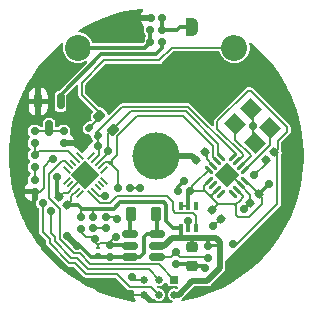
<source format=gtl>
G04 #@! TF.GenerationSoftware,KiCad,Pcbnew,8.0.5*
G04 #@! TF.CreationDate,2025-01-04T21:13:05-06:00*
G04 #@! TF.ProjectId,button_transmitter,62757474-6f6e-45f7-9472-616e736d6974,rev?*
G04 #@! TF.SameCoordinates,PX481dea0PY631a57d*
G04 #@! TF.FileFunction,Copper,L1,Top*
G04 #@! TF.FilePolarity,Positive*
%FSLAX46Y46*%
G04 Gerber Fmt 4.6, Leading zero omitted, Abs format (unit mm)*
G04 Created by KiCad (PCBNEW 8.0.5) date 2025-01-04 21:13:05*
%MOMM*%
%LPD*%
G01*
G04 APERTURE LIST*
G04 Aperture macros list*
%AMRoundRect*
0 Rectangle with rounded corners*
0 $1 Rounding radius*
0 $2 $3 $4 $5 $6 $7 $8 $9 X,Y pos of 4 corners*
0 Add a 4 corners polygon primitive as box body*
4,1,4,$2,$3,$4,$5,$6,$7,$8,$9,$2,$3,0*
0 Add four circle primitives for the rounded corners*
1,1,$1+$1,$2,$3*
1,1,$1+$1,$4,$5*
1,1,$1+$1,$6,$7*
1,1,$1+$1,$8,$9*
0 Add four rect primitives between the rounded corners*
20,1,$1+$1,$2,$3,$4,$5,0*
20,1,$1+$1,$4,$5,$6,$7,0*
20,1,$1+$1,$6,$7,$8,$9,0*
20,1,$1+$1,$8,$9,$2,$3,0*%
%AMRotRect*
0 Rectangle, with rotation*
0 The origin of the aperture is its center*
0 $1 length*
0 $2 width*
0 $3 Rotation angle, in degrees counterclockwise*
0 Add horizontal line*
21,1,$1,$2,0,0,$3*%
%AMFreePoly0*
4,1,14,0.334644,0.085355,0.385355,0.034644,0.400000,-0.000711,0.400000,-0.050000,0.385355,-0.085355,0.350000,-0.100000,-0.350000,-0.100000,-0.385355,-0.085355,-0.400000,-0.050000,-0.400000,0.050000,-0.385355,0.085355,-0.350000,0.100000,0.299289,0.100000,0.334644,0.085355,0.334644,0.085355,$1*%
%AMFreePoly1*
4,1,14,0.385355,0.085355,0.400000,0.050000,0.400000,0.000711,0.385355,-0.034644,0.334644,-0.085355,0.299289,-0.100000,-0.350000,-0.100000,-0.385355,-0.085355,-0.400000,-0.050000,-0.400000,0.050000,-0.385355,0.085355,-0.350000,0.100000,0.350000,0.100000,0.385355,0.085355,0.385355,0.085355,$1*%
%AMFreePoly2*
4,1,14,0.085355,0.385355,0.100000,0.350000,0.100000,-0.350000,0.085355,-0.385355,0.050000,-0.400000,-0.050000,-0.400000,-0.085355,-0.385355,-0.100000,-0.350000,-0.100000,0.299289,-0.085355,0.334644,-0.034644,0.385355,0.000711,0.400000,0.050000,0.400000,0.085355,0.385355,0.085355,0.385355,$1*%
%AMFreePoly3*
4,1,14,0.034644,0.385355,0.085355,0.334644,0.100000,0.299289,0.100000,-0.350000,0.085355,-0.385355,0.050000,-0.400000,-0.050000,-0.400000,-0.085355,-0.385355,-0.100000,-0.350000,-0.100000,0.350000,-0.085355,0.385355,-0.050000,0.400000,-0.000711,0.400000,0.034644,0.385355,0.034644,0.385355,$1*%
%AMFreePoly4*
4,1,14,0.385355,0.085355,0.400000,0.050000,0.400000,-0.050000,0.385355,-0.085355,0.350000,-0.100000,-0.299289,-0.100000,-0.334644,-0.085355,-0.385355,-0.034644,-0.400000,0.000711,-0.400000,0.050000,-0.385355,0.085355,-0.350000,0.100000,0.350000,0.100000,0.385355,0.085355,0.385355,0.085355,$1*%
%AMFreePoly5*
4,1,14,0.385355,0.085355,0.400000,0.050000,0.400000,-0.050000,0.385355,-0.085355,0.350000,-0.100000,-0.350000,-0.100000,-0.385355,-0.085355,-0.400000,-0.050000,-0.400000,-0.000711,-0.385355,0.034644,-0.334644,0.085355,-0.299289,0.100000,0.350000,0.100000,0.385355,0.085355,0.385355,0.085355,$1*%
%AMFreePoly6*
4,1,14,0.085355,0.385355,0.100000,0.350000,0.100000,-0.299289,0.085355,-0.334644,0.034644,-0.385355,-0.000711,-0.400000,-0.050000,-0.400000,-0.085355,-0.385355,-0.100000,-0.350000,-0.100000,0.350000,-0.085355,0.385355,-0.050000,0.400000,0.050000,0.400000,0.085355,0.385355,0.085355,0.385355,$1*%
%AMFreePoly7*
4,1,14,0.085355,0.385355,0.100000,0.350000,0.100000,-0.350000,0.085355,-0.385355,0.050000,-0.400000,0.000711,-0.400000,-0.034644,-0.385355,-0.085355,-0.334644,-0.100000,-0.299289,-0.100000,0.350000,-0.085355,0.385355,-0.050000,0.400000,0.050000,0.400000,0.085355,0.385355,0.085355,0.385355,$1*%
%AMFreePoly8*
4,1,19,0.500000,-0.750000,0.000000,-0.750000,0.000000,-0.744911,-0.071157,-0.744911,-0.207708,-0.704816,-0.327430,-0.627875,-0.420627,-0.520320,-0.479746,-0.390866,-0.500000,-0.250000,-0.500000,0.250000,-0.479746,0.390866,-0.420627,0.520320,-0.327430,0.627875,-0.207708,0.704816,-0.071157,0.744911,0.000000,0.744911,0.000000,0.750000,0.500000,0.750000,0.500000,-0.750000,0.500000,-0.750000,
$1*%
G04 Aperture macros list end*
G04 #@! TA.AperFunction,SMDPad,CuDef*
%ADD10RoundRect,0.150000X0.035355X-0.247487X0.247487X-0.035355X-0.035355X0.247487X-0.247487X0.035355X0*%
G04 #@! TD*
G04 #@! TA.AperFunction,SMDPad,CuDef*
%ADD11RoundRect,0.150000X-0.200000X0.150000X-0.200000X-0.150000X0.200000X-0.150000X0.200000X0.150000X0*%
G04 #@! TD*
G04 #@! TA.AperFunction,SMDPad,CuDef*
%ADD12RoundRect,0.150000X0.200000X-0.150000X0.200000X0.150000X-0.200000X0.150000X-0.200000X-0.150000X0*%
G04 #@! TD*
G04 #@! TA.AperFunction,SMDPad,CuDef*
%ADD13RoundRect,0.150000X0.150000X0.200000X-0.150000X0.200000X-0.150000X-0.200000X0.150000X-0.200000X0*%
G04 #@! TD*
G04 #@! TA.AperFunction,SMDPad,CuDef*
%ADD14RoundRect,0.062500X-0.112500X0.062500X-0.112500X-0.062500X0.112500X-0.062500X0.112500X0.062500X0*%
G04 #@! TD*
G04 #@! TA.AperFunction,ComponentPad*
%ADD15R,0.635000X0.635000*%
G04 #@! TD*
G04 #@! TA.AperFunction,SMDPad,CuDef*
%ADD16C,0.635000*%
G04 #@! TD*
G04 #@! TA.AperFunction,ComponentPad*
%ADD17C,0.635000*%
G04 #@! TD*
G04 #@! TA.AperFunction,SMDPad,CuDef*
%ADD18RoundRect,0.225000X-0.250000X0.225000X-0.250000X-0.225000X0.250000X-0.225000X0.250000X0.225000X0*%
G04 #@! TD*
G04 #@! TA.AperFunction,ComponentPad*
%ADD19C,2.200000*%
G04 #@! TD*
G04 #@! TA.AperFunction,ComponentPad*
%ADD20O,2.200000X2.200000*%
G04 #@! TD*
G04 #@! TA.AperFunction,SMDPad,CuDef*
%ADD21FreePoly0,45.000000*%
G04 #@! TD*
G04 #@! TA.AperFunction,SMDPad,CuDef*
%ADD22RoundRect,0.050000X-0.212132X-0.282843X0.282843X0.212132X0.212132X0.282843X-0.282843X-0.212132X0*%
G04 #@! TD*
G04 #@! TA.AperFunction,SMDPad,CuDef*
%ADD23FreePoly1,45.000000*%
G04 #@! TD*
G04 #@! TA.AperFunction,SMDPad,CuDef*
%ADD24FreePoly2,45.000000*%
G04 #@! TD*
G04 #@! TA.AperFunction,SMDPad,CuDef*
%ADD25RoundRect,0.050000X0.212132X-0.282843X0.282843X-0.212132X-0.212132X0.282843X-0.282843X0.212132X0*%
G04 #@! TD*
G04 #@! TA.AperFunction,SMDPad,CuDef*
%ADD26FreePoly3,45.000000*%
G04 #@! TD*
G04 #@! TA.AperFunction,SMDPad,CuDef*
%ADD27FreePoly4,45.000000*%
G04 #@! TD*
G04 #@! TA.AperFunction,SMDPad,CuDef*
%ADD28FreePoly5,45.000000*%
G04 #@! TD*
G04 #@! TA.AperFunction,SMDPad,CuDef*
%ADD29FreePoly6,45.000000*%
G04 #@! TD*
G04 #@! TA.AperFunction,SMDPad,CuDef*
%ADD30FreePoly7,45.000000*%
G04 #@! TD*
G04 #@! TA.AperFunction,HeatsinkPad*
%ADD31RotRect,1.700000X1.700000X45.000000*%
G04 #@! TD*
G04 #@! TA.AperFunction,SMDPad,CuDef*
%ADD32RoundRect,0.218750X0.218750X0.381250X-0.218750X0.381250X-0.218750X-0.381250X0.218750X-0.381250X0*%
G04 #@! TD*
G04 #@! TA.AperFunction,SMDPad,CuDef*
%ADD33RoundRect,0.150000X-0.247487X-0.035355X-0.035355X-0.247487X0.247487X0.035355X0.035355X0.247487X0*%
G04 #@! TD*
G04 #@! TA.AperFunction,SMDPad,CuDef*
%ADD34C,4.000000*%
G04 #@! TD*
G04 #@! TA.AperFunction,SMDPad,CuDef*
%ADD35RoundRect,0.100000X0.100000X-0.225000X0.100000X0.225000X-0.100000X0.225000X-0.100000X-0.225000X0*%
G04 #@! TD*
G04 #@! TA.AperFunction,SMDPad,CuDef*
%ADD36RoundRect,0.150000X0.247487X0.035355X0.035355X0.247487X-0.247487X-0.035355X-0.035355X-0.247487X0*%
G04 #@! TD*
G04 #@! TA.AperFunction,SMDPad,CuDef*
%ADD37RotRect,1.400000X1.200000X315.000000*%
G04 #@! TD*
G04 #@! TA.AperFunction,SMDPad,CuDef*
%ADD38RoundRect,0.150000X-0.035355X0.247487X-0.247487X0.035355X0.035355X-0.247487X0.247487X-0.035355X0*%
G04 #@! TD*
G04 #@! TA.AperFunction,SMDPad,CuDef*
%ADD39RoundRect,0.150000X-0.150000X0.512500X-0.150000X-0.512500X0.150000X-0.512500X0.150000X0.512500X0*%
G04 #@! TD*
G04 #@! TA.AperFunction,SMDPad,CuDef*
%ADD40RoundRect,0.062500X0.220971X0.309359X-0.309359X-0.220971X-0.220971X-0.309359X0.309359X0.220971X0*%
G04 #@! TD*
G04 #@! TA.AperFunction,SMDPad,CuDef*
%ADD41RoundRect,0.062500X-0.220971X0.309359X-0.309359X0.220971X0.220971X-0.309359X0.309359X-0.220971X0*%
G04 #@! TD*
G04 #@! TA.AperFunction,HeatsinkPad*
%ADD42RotRect,1.450000X1.450000X225.000000*%
G04 #@! TD*
G04 #@! TA.AperFunction,SMDPad,CuDef*
%ADD43RoundRect,0.150000X-0.512500X-0.150000X0.512500X-0.150000X0.512500X0.150000X-0.512500X0.150000X0*%
G04 #@! TD*
G04 #@! TA.AperFunction,SMDPad,CuDef*
%ADD44RoundRect,0.200000X-0.335876X-0.053033X-0.053033X-0.335876X0.335876X0.053033X0.053033X0.335876X0*%
G04 #@! TD*
G04 #@! TA.AperFunction,SMDPad,CuDef*
%ADD45RoundRect,0.135000X-0.226274X-0.035355X-0.035355X-0.226274X0.226274X0.035355X0.035355X0.226274X0*%
G04 #@! TD*
G04 #@! TA.AperFunction,SMDPad,CuDef*
%ADD46RoundRect,0.150000X-0.150000X-0.200000X0.150000X-0.200000X0.150000X0.200000X-0.150000X0.200000X0*%
G04 #@! TD*
G04 #@! TA.AperFunction,ComponentPad*
%ADD47C,0.600000*%
G04 #@! TD*
G04 #@! TA.AperFunction,SMDPad,CuDef*
%ADD48FreePoly8,0.000000*%
G04 #@! TD*
G04 #@! TA.AperFunction,SMDPad,CuDef*
%ADD49FreePoly8,180.000000*%
G04 #@! TD*
G04 #@! TA.AperFunction,ViaPad*
%ADD50C,0.700000*%
G04 #@! TD*
G04 #@! TA.AperFunction,Conductor*
%ADD51C,0.300000*%
G04 #@! TD*
G04 #@! TA.AperFunction,Conductor*
%ADD52C,0.500000*%
G04 #@! TD*
G04 #@! TA.AperFunction,Conductor*
%ADD53C,0.200000*%
G04 #@! TD*
G04 #@! TA.AperFunction,Conductor*
%ADD54C,0.250000*%
G04 #@! TD*
G04 APERTURE END LIST*
D10*
X9296447Y-396627D03*
X10003553Y310477D03*
D11*
X-6360003Y-5165575D03*
X-6359999Y-6165575D03*
D12*
X-10300000Y-948073D03*
X-10300000Y21923D03*
D13*
X2820000Y-2973077D03*
X1820000Y-2973073D03*
D14*
X-4957502Y-7798071D03*
X-4957502Y-8348071D03*
D15*
X1500000Y-10488075D03*
D16*
X1500000Y-11758076D03*
X229999Y-10488075D03*
X230002Y-11758075D03*
X-1040001Y-10488076D03*
D17*
X-1040001Y-11758075D03*
D13*
X-2250000Y-2723076D03*
X-3250000Y-2723074D03*
D11*
X1630001Y-8155575D03*
X1629999Y-9150575D03*
D18*
X3050000Y-7768075D03*
X3050000Y-9318075D03*
D19*
X-6630000Y9156925D03*
D20*
X6610000Y9156925D03*
D21*
X-7590990Y-2112695D03*
D22*
X-7308148Y-2395537D03*
X-7025304Y-2678379D03*
X-6742462Y-2961223D03*
D23*
X-6459620Y-3244065D03*
D24*
X-5540380Y-3244065D03*
D25*
X-5257538Y-2961223D03*
X-4974696Y-2678379D03*
X-4691852Y-2395537D03*
D26*
X-4409010Y-2112695D03*
D27*
X-4409010Y-1193455D03*
D22*
X-4691852Y-910613D03*
X-4974696Y-627771D03*
X-5257538Y-344927D03*
D28*
X-5540380Y-62085D03*
D29*
X-6459620Y-62085D03*
D25*
X-6742462Y-344927D03*
X-7025304Y-627771D03*
X-7308148Y-910613D03*
D30*
X-7590990Y-1193455D03*
D31*
X-6000000Y-1653075D03*
D32*
X-7500Y-4963075D03*
X-2132500Y-4963075D03*
D33*
X4736447Y-4609521D03*
X5443553Y-5316629D03*
D12*
X-10292501Y1089425D03*
X-10292499Y2084425D03*
D34*
X0Y0D03*
D11*
X-10300001Y-2035576D03*
X-10299999Y-3030574D03*
D12*
X-5320000Y-6150575D03*
X-5320000Y-5180575D03*
D35*
X2057500Y-6123075D03*
X2707500Y-6123075D03*
X3357500Y-6123075D03*
X3357500Y-4223075D03*
X2707500Y-4223075D03*
X2057500Y-4223075D03*
D11*
X4380002Y-7675575D03*
X4380000Y-8670575D03*
D36*
X-7526447Y-4206629D03*
X-8233553Y-3499521D03*
D37*
X6702755Y2686024D03*
X8329099Y1059680D03*
X9637245Y2367826D03*
X8010901Y3994170D03*
D38*
X8673553Y-3269523D03*
X7966447Y-3976627D03*
D11*
X-7842499Y2084425D03*
X-7842501Y1089425D03*
D13*
X507499Y11696924D03*
X-487501Y11696926D03*
D39*
X-8110000Y4594425D03*
X-10010000Y4594425D03*
X-9060000Y2319425D03*
D40*
X7546797Y-1186941D03*
X7193242Y-833385D03*
X6839692Y-479832D03*
X6486134Y-126278D03*
D41*
X5513866Y-126278D03*
X5160310Y-479833D03*
X4806757Y-833383D03*
X4453203Y-1186941D03*
D40*
X4453203Y-2159209D03*
X4806758Y-2512765D03*
X5160308Y-2866318D03*
X5513866Y-3219872D03*
D41*
X6486134Y-3219872D03*
X6839690Y-2866317D03*
X7193243Y-2512767D03*
X7546797Y-2159209D03*
D42*
X6000000Y-1673075D03*
D12*
X-4270000Y-6153074D03*
X-4269998Y-5158076D03*
D43*
X-2205000Y-6653075D03*
X-2205000Y-7603075D03*
X-2205000Y-8553075D03*
X70000Y-8553075D03*
X70000Y-7603075D03*
X70000Y-6653075D03*
D44*
X-4833363Y3380288D03*
X-3666637Y2213562D03*
D38*
X4101785Y328710D03*
X3398215Y-374860D03*
D12*
X-3897500Y-8573072D03*
X-3897500Y-7573072D03*
D13*
X497500Y9636924D03*
X-497500Y9636926D03*
D45*
X-5680623Y2367549D03*
X-4959377Y1646301D03*
D46*
X-500000Y10666925D03*
X500000Y10666925D03*
D47*
X-3000000Y10926925D03*
D48*
X-3000000Y10926925D03*
D47*
X3000000Y10926925D03*
D49*
X3000000Y10926925D03*
D50*
X-6710000Y-7613075D03*
X-7530000Y-6783075D03*
X-3420000Y-6843075D03*
X5848862Y6066131D03*
X-8730000Y-273075D03*
X2730000Y4776925D03*
X8170000Y2526925D03*
X1730000Y8206925D03*
X-4020000Y7086925D03*
X4490000Y3776925D03*
X-1380000Y-2723075D03*
X-5230000Y-7053075D03*
X7410000Y-4543075D03*
X-8413720Y-1824957D03*
X2700000Y-5523075D03*
X-10040000Y3026925D03*
X80000Y4826925D03*
X4770000Y-5963075D03*
X2330000Y-2103075D03*
X-6270000Y1206925D03*
X-8910000Y5776925D03*
X8290000Y-1673075D03*
X-2550000Y4826925D03*
X-5240000Y5666925D03*
X-3330000Y-5363075D03*
X7720000Y6236925D03*
X-4340000Y4626925D03*
X3899999Y7432245D03*
X4120000Y-9523075D03*
X536898Y7106031D03*
X-1741551Y7086925D03*
X-7250000Y3256925D03*
X-8950000Y-4683075D03*
X-4080000Y406925D03*
X-4960000Y826925D03*
X-9620000Y-4033075D03*
X-2090000Y-10283075D03*
X6480000Y-7513075D03*
X-4380000Y-3393075D03*
X9510000Y-2403075D03*
D51*
X-4640000Y-8573072D02*
X-3897500Y-8573072D01*
X-5280000Y-8573072D02*
X-4640000Y-8573072D01*
X-5540003Y-8573072D02*
X-5280000Y-8573072D01*
D52*
X-6710000Y-7603075D02*
X-7530000Y-6783075D01*
D53*
X-4957502Y-8348071D02*
X-4865001Y-8348071D01*
D51*
X-2235002Y-8583067D02*
X-2205004Y-8553068D01*
X-6500000Y-7613075D02*
X-5540003Y-8573072D01*
X-6710000Y-7613075D02*
X-6500000Y-7613075D01*
D52*
X-6710000Y-7613075D02*
X-6710000Y-7603075D01*
D53*
X-4957502Y-8348071D02*
X-5054999Y-8348071D01*
D51*
X-2205004Y-8553068D02*
X-1357501Y-8553076D01*
X-1077497Y-6913070D02*
X-817504Y-6653068D01*
X-1077505Y-8273075D02*
X-1077497Y-6913070D01*
X-4999Y-4793064D02*
X70004Y-4868069D01*
X-3897502Y-8583069D02*
X-2235002Y-8583067D01*
X-817504Y-6653068D02*
X70000Y-6653069D01*
X-1357501Y-8553076D02*
X-1077505Y-8273075D01*
D53*
X-5054999Y-8348071D02*
X-5280000Y-8573072D01*
D51*
X70004Y-4868069D02*
X70000Y-6653069D01*
D53*
X-4865001Y-8348071D02*
X-4640000Y-8573072D01*
D51*
X-2970000Y10896925D02*
X-3000000Y10926925D01*
D53*
X-4957501Y-7573071D02*
X-4777500Y-7393070D01*
X9296446Y-396627D02*
X9296446Y-666629D01*
X-1380000Y-2723075D02*
X-1380001Y-2723076D01*
X-8760000Y3326925D02*
X-9050000Y3616925D01*
X-7515000Y-9498075D02*
X-9445000Y-7568075D01*
D51*
X1820000Y-2613075D02*
X1820000Y-2973073D01*
D53*
X-8740000Y3326925D02*
X-8760000Y3326925D01*
X-5962499Y-6860576D02*
X-5380000Y-6860576D01*
X7966446Y-3285970D02*
X7966446Y-3976627D01*
X-10299999Y-4953075D02*
X-10299999Y-3030574D01*
X-7025304Y-2678379D02*
X-7480000Y-3133075D01*
X4797107Y-5963075D02*
X4770000Y-5963075D01*
X-4957501Y-7653075D02*
X-4957501Y-7573071D01*
X-7045000Y-9498075D02*
X-7515000Y-9498075D01*
X-1040004Y-11758075D02*
X-2165000Y-11758075D01*
D51*
X-1190000Y11696925D02*
X-500002Y11696925D01*
D53*
X-8880000Y-273075D02*
X-9550000Y-943075D01*
X-4957501Y-7798069D02*
X-4957501Y-7653075D01*
X-3500000Y-10423075D02*
X-6120000Y-10423075D01*
X-9260000Y3586925D02*
X-9000000Y3326925D01*
X-7867107Y-3133075D02*
X-8233553Y-3499521D01*
D51*
X-8413720Y-3319354D02*
X-8413720Y-1824957D01*
X2882500Y-9150575D02*
X3050000Y-9318075D01*
D53*
X8170000Y3835071D02*
X8170000Y2526925D01*
D51*
X-500002Y11696925D02*
X-500000Y11696927D01*
D53*
X-8530000Y3326925D02*
X-8910000Y3706925D01*
X6353551Y-1673075D02*
X7193243Y-2512767D01*
X-4777500Y-7393070D02*
X-3857501Y-7393070D01*
X-4957501Y-7525574D02*
X-4957501Y-7653075D01*
X8329099Y1059680D02*
X8170000Y1218779D01*
X7193243Y-2512767D02*
X7966446Y-3285970D01*
D51*
X-10010000Y4594425D02*
X-9927500Y4594425D01*
D53*
X-9445000Y-7568075D02*
X-9445000Y-7208075D01*
X-3897500Y-7320575D02*
X-3420000Y-6843075D01*
X-5230000Y-7053075D02*
X-5230000Y-7253075D01*
D51*
X4120000Y-9523075D02*
X3915000Y-9318075D01*
D53*
X-5050000Y-7433075D02*
X-4957501Y-7525574D01*
X-6120000Y-10423075D02*
X-7045000Y-9498075D01*
X8010901Y3994170D02*
X8170000Y3835071D01*
D51*
X-1990000Y10896925D02*
X-1190000Y11696925D01*
D53*
X-9827499Y-3030574D02*
X-10299999Y-3030574D01*
D51*
X-8233553Y-3499521D02*
X-8413720Y-3319354D01*
D53*
X9296446Y-666629D02*
X8290000Y-1673075D01*
X-9000000Y3326925D02*
X-8740000Y3326925D01*
X-3897500Y-7573072D02*
X-3897500Y-7320575D01*
D51*
X-3897500Y-7563069D02*
X-2244997Y-7563069D01*
D53*
X-6359999Y-6165575D02*
X-6359999Y-6463076D01*
X-5230000Y-7253075D02*
X-5050000Y-7433075D01*
X-10299999Y-6353076D02*
X-10299999Y-4953075D01*
D51*
X3915000Y-9318075D02*
X3050000Y-9318075D01*
X-2244997Y-7563069D02*
X-2204999Y-7603071D01*
D53*
X-10320000Y-4953075D02*
X-10440000Y-4833075D01*
X-10881630Y-3953075D02*
X-10358370Y-3953075D01*
X-9445000Y-7208075D02*
X-10299999Y-6353076D01*
X-10299999Y-4953075D02*
X-10320000Y-4953075D01*
X8170000Y1218779D02*
X8170000Y2526925D01*
X-5050000Y-7433075D02*
X-4817505Y-7433075D01*
X-1380001Y-2723076D02*
X-2250000Y-2723076D01*
X6000000Y-1673075D02*
X6353551Y-1673075D01*
X-10440000Y-4833075D02*
X-10440000Y-3993075D01*
X-7730000Y3326925D02*
X-8530000Y3326925D01*
X5443553Y-5316629D02*
X5453554Y-5316629D01*
X7966446Y-3976627D02*
X7966446Y-3986629D01*
X-8730000Y-273075D02*
X-8880000Y-273075D01*
D51*
X2330000Y-2103075D02*
X1820000Y-2613075D01*
D53*
X-4817505Y-7433075D02*
X-4777500Y-7393070D01*
X-6359999Y-6463076D02*
X-5962499Y-6860576D01*
X-2165000Y-11758075D02*
X-3500000Y-10423075D01*
X-7025304Y-2678379D02*
X-6000000Y-1653075D01*
X-8740000Y3326925D02*
X-8530000Y3326925D01*
D51*
X1629999Y-9150575D02*
X2882500Y-9150575D01*
D53*
X-9550000Y-943075D02*
X-9550000Y-2753075D01*
X-7480000Y-3133075D02*
X-7867107Y-3133075D01*
X-7690000Y3366925D02*
X-7730000Y3326925D01*
D51*
X2700000Y-5523075D02*
X2707500Y-5530575D01*
D53*
X-4269998Y-5158076D02*
X-3427500Y-5158076D01*
X7966446Y-3986629D02*
X7410000Y-4543075D01*
X5443553Y-5316629D02*
X4797107Y-5963075D01*
X-9550000Y-2753075D02*
X-9827499Y-3030574D01*
D51*
X-1990000Y10896925D02*
X-2970000Y10896925D01*
X2707500Y-5530575D02*
X2707500Y-6123075D01*
X1980000Y10906925D02*
X1739998Y10666923D01*
X519998Y10676922D02*
X509999Y10666923D01*
X1739998Y10666923D02*
X509999Y10666923D01*
X519998Y11696923D02*
X519998Y10676922D01*
X1980000Y10906925D02*
X2980000Y10906925D01*
X2980000Y10906925D02*
X3000000Y10926925D01*
D52*
X5400001Y-9513074D02*
X5400001Y-7533075D01*
D51*
X860000Y-4143075D02*
X860000Y-5533075D01*
X3050000Y-7718075D02*
X3050000Y-6963075D01*
D53*
X-7190000Y-3394615D02*
X-6749534Y-2954149D01*
D51*
X1450000Y-6123075D02*
X2057500Y-6123075D01*
X1832500Y-6955575D02*
X1840000Y-6963075D01*
D53*
X-6742462Y-2961222D02*
X-6742462Y-2965537D01*
D51*
X2057500Y-6955575D02*
X2050000Y-6963075D01*
X2057500Y-6123075D02*
X2057500Y-6955575D01*
D52*
X4334997Y-10578078D02*
X5400001Y-9513074D01*
D53*
X-6620001Y-4206630D02*
X-6620000Y-4206629D01*
D52*
X5090001Y-6963075D02*
X5400001Y-7273075D01*
X1310000Y-6963075D02*
X1840000Y-6963075D01*
D53*
X-5320000Y-5413075D02*
X-5320000Y-4513075D01*
X-6360003Y-5408074D02*
X-6360003Y-4559524D01*
D52*
X670000Y-7603075D02*
X1310000Y-6963075D01*
X3064997Y-10578078D02*
X4334997Y-10578078D01*
D51*
X660000Y-3943075D02*
X860000Y-4143075D01*
X-7526447Y-4206629D02*
X-6620000Y-4206629D01*
X-6313554Y-4513075D02*
X-6293554Y-4493075D01*
D52*
X3050000Y-6963075D02*
X4460000Y-6963075D01*
D51*
X-5430000Y-4493075D02*
X-3600000Y-4493075D01*
D53*
X-6360003Y-4559524D02*
X-6313554Y-4513075D01*
D51*
X-3600000Y-4493075D02*
X-3050000Y-3943075D01*
X-6293554Y-4493075D02*
X-5470000Y-4493075D01*
D52*
X2925000Y-7593079D02*
X3050003Y-7718076D01*
D54*
X4380002Y-7523075D02*
X5390001Y-7523075D01*
D51*
X860000Y-5533075D02*
X1450000Y-6123075D01*
X4380002Y-7043073D02*
X4460000Y-6963075D01*
D54*
X5390001Y-7523075D02*
X5400001Y-7533075D01*
D51*
X-3050000Y-3943075D02*
X660000Y-3943075D01*
D52*
X1499999Y-11758076D02*
X1884999Y-11758076D01*
D51*
X4380002Y-7523075D02*
X4380002Y-7043073D01*
D53*
X-7526447Y-4206629D02*
X-7190000Y-3870182D01*
D52*
X5400001Y-7533075D02*
X5400001Y-7273075D01*
X4460000Y-6963075D02*
X5090001Y-6963075D01*
X70000Y-7603075D02*
X670000Y-7603075D01*
X1884999Y-11758076D02*
X3064997Y-10578078D01*
X1840000Y-6963075D02*
X2050000Y-6963075D01*
D53*
X-5440000Y-4523075D02*
X-5450000Y-4513075D01*
D51*
X-6620000Y-4206629D02*
X-6313554Y-4513075D01*
D52*
X2050000Y-6963075D02*
X3050000Y-6963075D01*
D53*
X-7190000Y-3870182D02*
X-7190000Y-3394615D01*
X-3250000Y-1309521D02*
X-3503223Y-1056298D01*
X-4309230Y-513845D02*
X-4304906Y-509521D01*
X-3740000Y-763075D02*
X-3768223Y-791298D01*
X2290000Y3336925D02*
X-1610000Y3336925D01*
X-3768223Y-791298D02*
X-3503223Y-1056298D01*
X5160310Y-479833D02*
X4810000Y-129523D01*
X-3310000Y1636925D02*
X-3310000Y26925D01*
X-3740000Y-403075D02*
X-3850770Y-513845D01*
X4810000Y-129523D02*
X4810000Y816925D01*
X4810000Y816925D02*
X2290000Y3336925D01*
X-3978223Y-581298D02*
X-3768223Y-791298D01*
X-4050000Y-509521D02*
X-3978223Y-581298D01*
X-3310000Y26925D02*
X-3740000Y-403075D01*
X-1610000Y3336925D02*
X-3310000Y1636925D01*
X-3250000Y-2723074D02*
X-3250000Y-1309521D01*
X-3978223Y-581298D02*
X-4047157Y-512364D01*
X-4309230Y-513845D02*
X-4698925Y-903540D01*
X-3850770Y-513845D02*
X-4309230Y-513845D01*
X-3740000Y-403075D02*
X-3740000Y-763075D01*
X-4304906Y-509521D02*
X-4050000Y-509521D01*
X-10300000Y-2035575D02*
X-10300001Y-2035576D01*
X-10300000Y-948073D02*
X-10300000Y-2035575D01*
X-6500000Y-8273075D02*
X-5590000Y-9183075D01*
X-7301074Y-903541D02*
X-7771540Y-433075D01*
X-9080000Y-3613075D02*
X-8190000Y-4503075D01*
X-7771540Y-433075D02*
X-7970000Y-433075D01*
X-6990000Y-8273075D02*
X-6500000Y-8273075D01*
X-5590000Y-9183075D02*
X194999Y-9183075D01*
X-8190000Y-4503075D02*
X-8190000Y-7073075D01*
X-7970000Y-433075D02*
X-9080000Y-1543075D01*
X-9080000Y-1543075D02*
X-9080000Y-3613075D01*
X-8190000Y-7073075D02*
X-6990000Y-8273075D01*
X194999Y-9183075D02*
X1500000Y-10488076D01*
X-2133274Y3746925D02*
X2480000Y3746925D01*
X-6700000Y-8673075D02*
X-7180000Y-8673075D01*
X2480000Y3746925D02*
X5240000Y986925D01*
X-4080000Y406925D02*
X-4080000Y266925D01*
X-8600000Y-6873075D02*
X-8950000Y-6523075D01*
X5240000Y147588D02*
X5513866Y-126278D01*
X-4080000Y266925D02*
X-4974696Y-627771D01*
X-5770000Y-9603075D02*
X-6700000Y-8673075D01*
X-4080000Y406925D02*
X-4080000Y1800199D01*
X-4080000Y1800199D02*
X-2133274Y3746925D01*
X-8600000Y-7253075D02*
X-8600000Y-6873075D01*
X229999Y-10488075D02*
X-655001Y-9603075D01*
X5240000Y986925D02*
X5240000Y147588D01*
X-7180000Y-8673075D02*
X-8600000Y-7253075D01*
X-8950000Y-6523075D02*
X-8950000Y-4683075D01*
X-655001Y-9603075D02*
X-5770000Y-9603075D01*
X-4890000Y676925D02*
X-4890000Y22610D01*
X-9620000Y-4033075D02*
X-9620000Y-6443075D01*
X2710000Y4126925D02*
X6720000Y116925D01*
X-2230000Y-11103075D02*
X-424998Y-11103075D01*
X-2900000Y4126925D02*
X2710000Y4126925D01*
X-7354314Y-9083075D02*
X-6890000Y-9083075D01*
X-4890000Y22610D02*
X-5257538Y-344928D01*
X-5096637Y1930288D02*
X-2900000Y4126925D01*
X-4960000Y826925D02*
X-4960000Y1536925D01*
X-5950000Y-10023075D02*
X-3310000Y-10023075D01*
X-4960000Y826925D02*
X-4840000Y706925D01*
X-4840000Y706925D02*
X-4790000Y706925D01*
X-9020000Y-7417389D02*
X-7354314Y-9083075D01*
X-4960000Y1536925D02*
X-5096637Y1673562D01*
X-5096637Y1673562D02*
X-5096637Y1930288D01*
X-3310000Y-10023075D02*
X-2230000Y-11103075D01*
X230002Y-11758075D02*
X230002Y-11753073D01*
X-424998Y-11103075D02*
X230002Y-11758075D01*
X-6890000Y-9083075D02*
X-5950000Y-10023075D01*
X-4960000Y826925D02*
X-4960000Y746925D01*
X-9020000Y-7043075D02*
X-9020000Y-7417389D01*
X-9620000Y-6443075D02*
X-9020000Y-7043075D01*
X-4960000Y746925D02*
X-4890000Y676925D01*
X-4811540Y-3393075D02*
X-5250465Y-2954150D01*
X6620000Y-7723075D02*
X6450000Y-7723075D01*
X5180000Y2296925D02*
X7300000Y176925D01*
X7300000Y-19524D02*
X6839692Y-479832D01*
X8000000Y5486925D02*
X7760000Y5486925D01*
X-2090000Y-10283075D02*
X-1884999Y-10488076D01*
X6480000Y-7513075D02*
X6830000Y-7513075D01*
X11080000Y2046925D02*
X11080000Y2406925D01*
X6945000Y-7398075D02*
X6620000Y-7723075D01*
X6830000Y-7513075D02*
X6945000Y-7398075D01*
X10003554Y310477D02*
X10280000Y586923D01*
X10280000Y1246925D02*
X11080000Y2046925D01*
X5180000Y2906925D02*
X5180000Y2296925D01*
X11080000Y2406925D02*
X8000000Y5486925D01*
X6945000Y-7398075D02*
X10240000Y-4103075D01*
X10280000Y586923D02*
X10280000Y1246925D01*
X7760000Y5486925D02*
X5180000Y2906925D01*
X10240000Y-4103075D02*
X10240000Y74031D01*
X7300000Y176925D02*
X7300000Y-19524D01*
X-4380000Y-3393075D02*
X-4811540Y-3393075D01*
X-1884999Y-10488076D02*
X-1040002Y-10488076D01*
X10240000Y74031D02*
X10003554Y310477D01*
D51*
X497500Y9144425D02*
X497500Y9636924D01*
X-8110000Y5136925D02*
X-4660000Y8586925D01*
X-4660000Y8586925D02*
X-60000Y8586925D01*
X-60000Y8586925D02*
X497500Y9144425D01*
X-8110000Y4594425D02*
X-8110000Y5136925D01*
D53*
X-10292499Y2096925D02*
X-9282500Y2096925D01*
X-9282500Y2096925D02*
X-9060000Y2319425D01*
X-7842501Y2096925D02*
X-8837500Y2096925D01*
X-8837500Y2096925D02*
X-9060000Y2319425D01*
X9637245Y914170D02*
X9637245Y2367826D01*
X7546797Y-1176278D02*
X9637245Y914170D01*
X7546797Y-1186941D02*
X7546797Y-1176278D01*
X7990000Y-36627D02*
X7193242Y-833385D01*
X6702755Y1364170D02*
X7990000Y76925D01*
X7990000Y76925D02*
X7990000Y-36627D01*
X6702755Y2686024D02*
X6702755Y1364170D01*
X-4270000Y-6153074D02*
X-5437498Y-6153074D01*
D51*
X-510000Y9636926D02*
X-510000Y10666926D01*
X-990001Y9156925D02*
X-6630000Y9156925D01*
X-510000Y10666926D02*
X-509999Y10666927D01*
X-510000Y9636926D02*
X-990001Y9156925D01*
D53*
X-10300000Y1081926D02*
X-10292501Y1089425D01*
X-10300000Y21923D02*
X-10300000Y1081926D01*
X-7484314Y396925D02*
X-9924998Y396925D01*
X-6742462Y-344927D02*
X-7484314Y396925D01*
X-9924998Y396925D02*
X-10300000Y21923D01*
X-10280001Y1076925D02*
X-10292501Y1089425D01*
D51*
X-2204999Y-4868070D02*
X-2205002Y-6653073D01*
X-2129999Y-4793074D02*
X-2204999Y-4868070D01*
D53*
X70000Y-8553075D02*
X1229999Y-8553075D01*
X1630001Y-8203076D02*
X1970000Y-8543075D01*
X1229999Y-8553075D02*
X1630001Y-8153073D01*
X1630001Y-8143075D02*
X1630001Y-8203076D01*
X1970000Y-8543075D02*
X4380000Y-8543075D01*
X-4741370Y-4043075D02*
X-5540380Y-3244065D01*
X940000Y-3443075D02*
X-3340000Y-3443075D01*
X-3340000Y-3443075D02*
X-3940000Y-4043075D01*
X1620000Y-4853075D02*
X1400000Y-4633075D01*
X3357500Y-5100575D02*
X3110000Y-4853075D01*
X-3940000Y-4043075D02*
X-4741370Y-4043075D01*
X1400000Y-3903075D02*
X940000Y-3443075D01*
X3110000Y-4853075D02*
X1620000Y-4853075D01*
X3357500Y-6123075D02*
X3357500Y-5100575D01*
X1400000Y-4633075D02*
X1400000Y-3903075D01*
X7546797Y-2159209D02*
X7579027Y-2159209D01*
X6730000Y-4286629D02*
X6550000Y-4106629D01*
X3730000Y-2973077D02*
X3921564Y-2973077D01*
X8980000Y-3575969D02*
X8980000Y-4063075D01*
X4012229Y-2600183D02*
X4012229Y-2882412D01*
X4736447Y-4606628D02*
X5236446Y-4106629D01*
X-4833363Y3380288D02*
X-4833363Y3214810D01*
X270000Y8066925D02*
X1360000Y9156925D01*
X6730000Y-5043075D02*
X6730000Y-4403075D01*
X5236446Y-4106629D02*
X6450000Y-4106629D01*
X6450000Y-4106629D02*
X6550000Y-4106629D01*
X4453203Y-2159209D02*
X4012229Y-2600183D01*
X4453203Y-1186941D02*
X3303535Y-2336610D01*
X4102894Y-2973077D02*
X4296446Y-3166629D01*
X7546797Y-2159209D02*
X7563240Y-2159209D01*
X8673554Y-3269523D02*
X8980000Y-3575969D01*
X1360000Y9156925D02*
X6610000Y9156925D01*
X3730000Y-2973077D02*
X4102894Y-2973077D01*
X2820000Y-2820145D02*
X2820000Y-2973077D01*
X6730000Y-4153075D02*
X6776446Y-4106629D01*
X7563240Y-2159209D02*
X8673554Y-3269523D01*
D51*
X9510000Y-2403075D02*
X8673554Y-3239521D01*
D53*
X4462892Y-3333075D02*
X4371446Y-3241629D01*
X2820000Y-2973077D02*
X3730000Y-2973077D01*
X6776446Y-4106629D02*
X7065000Y-3818075D01*
X-6300000Y5166925D02*
X-6300000Y6186925D01*
X6853242Y-2866317D02*
X7360000Y-3373075D01*
X-6300000Y5166925D02*
X-4830000Y3696925D01*
X6910000Y-5223075D02*
X6730000Y-5043075D01*
X4371446Y-3241629D02*
X4296446Y-3166629D01*
X8980000Y-4063075D02*
X7820000Y-5223075D01*
X7820000Y-5223075D02*
X6910000Y-5223075D01*
X3303535Y-2336610D02*
X3039961Y-2600183D01*
X4012229Y-2882412D02*
X4102894Y-2973077D01*
X4693551Y-3333075D02*
X4462892Y-3333075D01*
X4693551Y-3333075D02*
X4693551Y-3563734D01*
X6450000Y-4106629D02*
X6650000Y-4106629D01*
X-4833363Y3214810D02*
X-5680623Y2367550D01*
X4736447Y-4609521D02*
X4736447Y-4606628D01*
X4693551Y-3563734D02*
X4736446Y-3606629D01*
X-4830000Y3696925D02*
X-4830000Y3666925D01*
X5160308Y-2866318D02*
X4693551Y-3333075D01*
X4693551Y-3563734D02*
X5236446Y-4106629D01*
X6650000Y-4106629D02*
X6776446Y-4106629D01*
X3303535Y-2336610D02*
X2820000Y-2820145D01*
D51*
X2707500Y-4223075D02*
X2707500Y-3085577D01*
D53*
X7360000Y-3373075D02*
X7360000Y-3523075D01*
X4371446Y-3241629D02*
X4736446Y-3606629D01*
X2057500Y-4223075D02*
X2707500Y-4223075D01*
X3921564Y-2973077D02*
X4012229Y-2882412D01*
X6839690Y-2866317D02*
X6853242Y-2866317D01*
X6730000Y-4403075D02*
X6730000Y-4286629D01*
D51*
X8673554Y-3239521D02*
X8673554Y-3269523D01*
D53*
X6730000Y-4403075D02*
X6730000Y-4153075D01*
X-4420000Y8066925D02*
X270000Y8066925D01*
X-6300000Y6186925D02*
X-4420000Y8066925D01*
D51*
X2707500Y-3085577D02*
X2820000Y-2973077D01*
D53*
X7360000Y-3523075D02*
X7065000Y-3818075D01*
D52*
X3023355Y0D02*
X0Y0D01*
X3398215Y-374860D02*
X3023355Y0D01*
D53*
X4806757Y-833383D02*
X4280000Y-306626D01*
X4280000Y-306626D02*
X4280000Y196925D01*
G04 #@! TA.AperFunction,Conductor*
G36*
X911865Y-10806613D02*
G01*
X948280Y-10855781D01*
X951507Y-10867919D01*
X961132Y-10916303D01*
X961133Y-10916307D01*
X1005448Y-10982628D01*
X1071769Y-11026943D01*
X1116231Y-11035787D01*
X1130241Y-11038574D01*
X1130246Y-11038574D01*
X1130252Y-11038576D01*
X1130253Y-11038576D01*
X1486142Y-11038576D01*
X1498300Y-11042526D01*
X1513856Y-11038576D01*
X1728387Y-11038576D01*
X1786578Y-11057483D01*
X1822542Y-11106983D01*
X1822542Y-11168169D01*
X1798390Y-11207581D01*
X1764968Y-11241002D01*
X1710451Y-11268778D01*
X1657083Y-11262463D01*
X1654037Y-11261201D01*
X1635224Y-11253409D01*
X1635221Y-11253408D01*
X1635223Y-11253408D01*
X1500934Y-11235729D01*
X1500082Y-11235322D01*
X1499064Y-11235729D01*
X1364774Y-11253408D01*
X1238764Y-11305603D01*
X1238762Y-11305604D01*
X1130562Y-11388629D01*
X1130552Y-11388639D01*
X1047527Y-11496839D01*
X1047526Y-11496841D01*
X995331Y-11622851D01*
X977529Y-11758075D01*
X977529Y-11758076D01*
X995331Y-11893300D01*
X1047526Y-12019310D01*
X1047527Y-12019312D01*
X1130552Y-12127512D01*
X1130557Y-12127518D01*
X1130561Y-12127521D01*
X1130562Y-12127522D01*
X1238762Y-12210547D01*
X1238763Y-12210547D01*
X1238764Y-12210548D01*
X1313173Y-12241369D01*
X1359699Y-12281105D01*
X1373983Y-12340600D01*
X1350568Y-12397128D01*
X1298400Y-12429098D01*
X1285079Y-12431348D01*
X886683Y-12470943D01*
X881094Y-12471339D01*
X179716Y-12501133D01*
X174113Y-12501212D01*
X-510560Y-12491521D01*
X-510562Y-12491522D01*
X-510563Y-12491522D01*
X-530621Y-12491239D01*
X-670293Y-12481339D01*
X-1323553Y-11828079D01*
X-1351330Y-11773562D01*
X-1344152Y-11728238D01*
X-1190004Y-11728238D01*
X-1190004Y-11787912D01*
X-1167168Y-11843043D01*
X-1124972Y-11885239D01*
X-1069841Y-11908075D01*
X-1010167Y-11908075D01*
X-955036Y-11885239D01*
X-912840Y-11843043D01*
X-890004Y-11787912D01*
X-890004Y-11728238D01*
X-912840Y-11673107D01*
X-955036Y-11630911D01*
X-1010167Y-11608075D01*
X-1069841Y-11608075D01*
X-1124972Y-11630911D01*
X-1167168Y-11673107D01*
X-1190004Y-11728238D01*
X-1344152Y-11728238D01*
X-1341759Y-11713130D01*
X-1323553Y-11688072D01*
X-1110008Y-11474526D01*
X-1055491Y-11446748D01*
X-995059Y-11456319D01*
X-970000Y-11474525D01*
X-288352Y-12156173D01*
X-287613Y-12154894D01*
X-242144Y-12113953D01*
X-181294Y-12107557D01*
X-141610Y-12125852D01*
X-132623Y-12132748D01*
X-31233Y-12210547D01*
X94777Y-12262742D01*
X94776Y-12262742D01*
X230002Y-12280545D01*
X365227Y-12262742D01*
X491237Y-12210547D01*
X599444Y-12127517D01*
X682474Y-12019310D01*
X734669Y-11893300D01*
X752472Y-11758075D01*
X748402Y-11727164D01*
X734669Y-11622850D01*
X682474Y-11496840D01*
X682473Y-11496838D01*
X599448Y-11388638D01*
X599447Y-11388637D01*
X599444Y-11388633D01*
X599439Y-11388629D01*
X599438Y-11388628D01*
X491238Y-11305603D01*
X491236Y-11305602D01*
X402131Y-11268694D01*
X365227Y-11253408D01*
X365226Y-11253407D01*
X365227Y-11253407D01*
X230002Y-11235605D01*
X229998Y-11235605D01*
X192246Y-11240574D01*
X132086Y-11229422D01*
X109323Y-11212425D01*
X64763Y-11167865D01*
X36986Y-11113348D01*
X46557Y-11052916D01*
X89822Y-11009651D01*
X147687Y-10999708D01*
X229999Y-11010545D01*
X365224Y-10992742D01*
X491234Y-10940547D01*
X599441Y-10857517D01*
X621799Y-10828377D01*
X672222Y-10793723D01*
X699432Y-10789650D01*
X853505Y-10788239D01*
X911865Y-10806613D01*
G37*
G04 #@! TD.AperFunction*
G04 #@! TA.AperFunction,Conductor*
G36*
X-7939750Y9562565D02*
G01*
X-7900643Y9515510D01*
X-7896663Y9454454D01*
X-7896981Y9453235D01*
X-7915637Y9383611D01*
X-7935468Y9156929D01*
X-7935468Y9156922D01*
X-7915637Y8930241D01*
X-7915636Y8930234D01*
X-7915635Y8930233D01*
X-7895858Y8856425D01*
X-7856738Y8710425D01*
X-7760574Y8504202D01*
X-7760566Y8504188D01*
X-7630054Y8317795D01*
X-7630053Y8317793D01*
X-7630050Y8317790D01*
X-7630047Y8317786D01*
X-7469139Y8156878D01*
X-7469136Y8156876D01*
X-7469133Y8156873D01*
X-7469131Y8156872D01*
X-7428655Y8128531D01*
X-7282734Y8026357D01*
X-7282728Y8026354D01*
X-7282724Y8026352D01*
X-7076500Y7930188D01*
X-7076496Y7930186D01*
X-6856692Y7871290D01*
X-6856688Y7871290D01*
X-6856685Y7871289D01*
X-6630003Y7851457D01*
X-6630000Y7851457D01*
X-6629997Y7851457D01*
X-6403316Y7871289D01*
X-6403315Y7871290D01*
X-6403308Y7871290D01*
X-6183504Y7930186D01*
X-6044667Y7994927D01*
X-5997046Y8017133D01*
X-5936317Y8024590D01*
X-5882803Y7994927D01*
X-5856945Y7939474D01*
X-5868620Y7879413D01*
X-5885203Y7857405D01*
X-8260579Y5482029D01*
X-8315096Y5454252D01*
X-8316308Y5454068D01*
X-8361393Y5447499D01*
X-8466482Y5396124D01*
X-8549199Y5313407D01*
X-8600573Y5208321D01*
X-8600573Y5208318D01*
X-8610500Y5140185D01*
X-8610500Y4048665D01*
X-8606563Y4021646D01*
X-8600573Y3980530D01*
X-8549199Y3875444D01*
X-8549198Y3875442D01*
X-8466483Y3792727D01*
X-8412715Y3766442D01*
X-8361396Y3741353D01*
X-8361395Y3741353D01*
X-8361393Y3741352D01*
X-8293260Y3731425D01*
X-8293257Y3731425D01*
X-7926743Y3731425D01*
X-7926740Y3731425D01*
X-7858607Y3741352D01*
X-7753517Y3792727D01*
X-7670802Y3875442D01*
X-7619427Y3980532D01*
X-7609500Y4048665D01*
X-7609500Y5100736D01*
X-7590593Y5158927D01*
X-7580504Y5170740D01*
X-7126633Y5624611D01*
X-6769503Y5981741D01*
X-6714987Y6009517D01*
X-6654555Y5999946D01*
X-6611290Y5956681D01*
X-6600500Y5911736D01*
X-6600500Y5127361D01*
X-6580022Y5050937D01*
X-6580021Y5050936D01*
X-6551559Y5001639D01*
X-6551558Y5001635D01*
X-6551557Y5001635D01*
X-6540463Y4982418D01*
X-6540462Y4982417D01*
X-6540460Y4982414D01*
X-5937261Y4379215D01*
X-5380470Y3822424D01*
X-5352693Y3767907D01*
X-5362264Y3707475D01*
X-5380470Y3682417D01*
X-5474721Y3588166D01*
X-5530536Y3511345D01*
X-5552711Y3443093D01*
X-5569738Y3390688D01*
X-5569738Y3263822D01*
X-5550511Y3204646D01*
X-5530536Y3143166D01*
X-5495840Y3095412D01*
X-5476933Y3037221D01*
X-5495840Y2979030D01*
X-5505925Y2967221D01*
X-5514821Y2958324D01*
X-5569336Y2930544D01*
X-5584829Y2929324D01*
X-5586110Y2929324D01*
X-5704425Y2929324D01*
X-5815606Y2888858D01*
X-5815611Y2888856D01*
X-5854694Y2858866D01*
X-6171939Y2541621D01*
X-6201929Y2502538D01*
X-6201931Y2502534D01*
X-6201931Y2502533D01*
X-6242397Y2391352D01*
X-6242397Y2273037D01*
X-6201931Y2161856D01*
X-6201930Y2161855D01*
X-6201929Y2161852D01*
X-6171939Y2122769D01*
X-6171936Y2122766D01*
X-6171932Y2122761D01*
X-5925412Y1876241D01*
X-5925408Y1876238D01*
X-5925405Y1876235D01*
X-5886322Y1846245D01*
X-5886320Y1846245D01*
X-5886317Y1846242D01*
X-5775136Y1805776D01*
X-5699859Y1805776D01*
X-5641668Y1786869D01*
X-5629855Y1776780D01*
X-5550147Y1697072D01*
X-5522370Y1642555D01*
X-5521151Y1627068D01*
X-5521151Y1551787D01*
X-5480685Y1440606D01*
X-5480684Y1440605D01*
X-5480683Y1440602D01*
X-5450693Y1401519D01*
X-5450690Y1401516D01*
X-5450686Y1401511D01*
X-5407216Y1358041D01*
X-5379440Y1303526D01*
X-5389011Y1243094D01*
X-5400366Y1225635D01*
X-6186089Y257955D01*
X-6237447Y224699D01*
X-6298544Y227981D01*
X-6332948Y250356D01*
X-6487551Y404960D01*
X-6558264Y452209D01*
X-6557942Y452693D01*
X-6569992Y461129D01*
X-6811200Y676946D01*
X-6990000Y836925D01*
X-6990001Y836925D01*
X-6992795Y839425D01*
X-7738644Y839425D01*
X-7796835Y858332D01*
X-7832799Y907832D01*
X-7837641Y937681D01*
X-7839901Y1239684D01*
X-7821430Y1298015D01*
X-7772200Y1334348D01*
X-7740904Y1339425D01*
X-6995206Y1339425D01*
X-6995401Y1341912D01*
X-6995403Y1341919D01*
X-7041221Y1499626D01*
X-7041221Y1499627D01*
X-7124816Y1640978D01*
X-7240947Y1757109D01*
X-7250131Y1762540D01*
X-7290594Y1808436D01*
X-7297702Y1862026D01*
X-7291999Y1901165D01*
X-7291999Y2267685D01*
X-7301926Y2335818D01*
X-7305803Y2343748D01*
X-7350381Y2434934D01*
X-7353301Y2440908D01*
X-7436016Y2523623D01*
X-7443433Y2527249D01*
X-7541104Y2574998D01*
X-7568360Y2578969D01*
X-7609239Y2584925D01*
X-8075759Y2584925D01*
X-8109826Y2579962D01*
X-8143895Y2574998D01*
X-8248981Y2523624D01*
X-8331698Y2440907D01*
X-8333133Y2438896D01*
X-8335338Y2437267D01*
X-8337497Y2435107D01*
X-8337821Y2435431D01*
X-8382335Y2402526D01*
X-8413703Y2397425D01*
X-8460500Y2397425D01*
X-8518691Y2416332D01*
X-8554655Y2465832D01*
X-8559500Y2496425D01*
X-8559500Y2865182D01*
X-8562949Y2888856D01*
X-8569427Y2933318D01*
X-8581652Y2958324D01*
X-8594517Y2984640D01*
X-8620802Y3038408D01*
X-8703517Y3121123D01*
X-8703519Y3121124D01*
X-8808605Y3172498D01*
X-8835861Y3176469D01*
X-8876740Y3182425D01*
X-9243260Y3182425D01*
X-9277327Y3177462D01*
X-9311396Y3172498D01*
X-9416482Y3121124D01*
X-9499199Y3038407D01*
X-9550573Y2933321D01*
X-9560500Y2865182D01*
X-9560500Y2496425D01*
X-9579407Y2438234D01*
X-9628907Y2402270D01*
X-9659500Y2397425D01*
X-9721295Y2397425D01*
X-9779486Y2416332D01*
X-9801865Y2438896D01*
X-9803301Y2440907D01*
X-9803301Y2440908D01*
X-9886016Y2523623D01*
X-9893433Y2527249D01*
X-9991104Y2574998D01*
X-10018360Y2578969D01*
X-10059239Y2584925D01*
X-10525759Y2584925D01*
X-10559826Y2579962D01*
X-10593895Y2574998D01*
X-10698981Y2523624D01*
X-10781698Y2440907D01*
X-10833072Y2335821D01*
X-10833072Y2335818D01*
X-10842999Y2267685D01*
X-10842999Y1901165D01*
X-10837353Y1862417D01*
X-10833072Y1833030D01*
X-10800365Y1766128D01*
X-10781697Y1727942D01*
X-10710683Y1656928D01*
X-10682907Y1602413D01*
X-10692478Y1541981D01*
X-10710682Y1516926D01*
X-10763575Y1464032D01*
X-10781700Y1445907D01*
X-10833074Y1340821D01*
X-10833074Y1340818D01*
X-10843001Y1272685D01*
X-10843001Y906165D01*
X-10836383Y860743D01*
X-10833074Y838030D01*
X-10827690Y827018D01*
X-10781699Y732942D01*
X-10698984Y650227D01*
X-10691257Y646450D01*
X-10647282Y603910D01*
X-10636709Y543645D01*
X-10663579Y488675D01*
X-10691250Y468569D01*
X-10706480Y461123D01*
X-10706481Y461123D01*
X-10789199Y378405D01*
X-10840573Y273319D01*
X-10840573Y273316D01*
X-10850500Y205183D01*
X-10850500Y-161337D01*
X-10845431Y-196130D01*
X-10840573Y-229472D01*
X-10789199Y-334558D01*
X-10789198Y-334560D01*
X-10730685Y-393073D01*
X-10702909Y-447588D01*
X-10712480Y-508020D01*
X-10730684Y-533075D01*
X-10789198Y-591590D01*
X-10789199Y-591591D01*
X-10840573Y-696677D01*
X-10844242Y-721863D01*
X-10850500Y-764813D01*
X-10850500Y-1131333D01*
X-10843882Y-1176755D01*
X-10840573Y-1199468D01*
X-10789199Y-1304554D01*
X-10789198Y-1304556D01*
X-10706483Y-1387271D01*
X-10677097Y-1401637D01*
X-10674548Y-1402883D01*
X-10630574Y-1445427D01*
X-10620004Y-1505692D01*
X-10646877Y-1560661D01*
X-10674547Y-1580764D01*
X-10706480Y-1596375D01*
X-10706482Y-1596376D01*
X-10789200Y-1679094D01*
X-10840574Y-1784180D01*
X-10850501Y-1852319D01*
X-10850501Y-2218833D01*
X-10844799Y-2257972D01*
X-10855120Y-2318281D01*
X-10892366Y-2357456D01*
X-10901553Y-2362889D01*
X-11017685Y-2479021D01*
X-11101280Y-2620372D01*
X-11101280Y-2620373D01*
X-11147098Y-2778080D01*
X-11147100Y-2778087D01*
X-11147295Y-2780574D01*
X-10148999Y-2780574D01*
X-10090808Y-2799481D01*
X-10054844Y-2848981D01*
X-10049999Y-2879574D01*
X-10049999Y-3655559D01*
X-10068906Y-3713750D01*
X-10070456Y-3715826D01*
X-10100863Y-3755453D01*
X-10156330Y-3889365D01*
X-10156331Y-3889366D01*
X-10175250Y-4033074D01*
X-10175250Y-4033075D01*
X-10156331Y-4176783D01*
X-10156330Y-4176784D01*
X-10100861Y-4310700D01*
X-10012621Y-4425696D01*
X-10012617Y-4425699D01*
X-10012616Y-4425700D01*
X-9959233Y-4466662D01*
X-9924577Y-4517086D01*
X-9920500Y-4545204D01*
X-9920500Y-6482639D01*
X-9900023Y-6559060D01*
X-9900021Y-6559064D01*
X-9869126Y-6612576D01*
X-9860460Y-6627586D01*
X-9349495Y-7138551D01*
X-9321719Y-7193066D01*
X-9320500Y-7208553D01*
X-9320500Y-7456953D01*
X-9300022Y-7533377D01*
X-9300021Y-7533378D01*
X-9288360Y-7553575D01*
X-9260460Y-7601900D01*
X-7538825Y-9323535D01*
X-7538823Y-9323536D01*
X-7538821Y-9323538D01*
X-7470306Y-9363095D01*
X-7470308Y-9363095D01*
X-7470304Y-9363096D01*
X-7470302Y-9363097D01*
X-7393876Y-9383575D01*
X-7055479Y-9383575D01*
X-6997288Y-9402482D01*
X-6985475Y-9412571D01*
X-6134511Y-10263535D01*
X-6134509Y-10263536D01*
X-6134508Y-10263537D01*
X-6134507Y-10263538D01*
X-6065992Y-10303095D01*
X-6065994Y-10303095D01*
X-6065990Y-10303096D01*
X-6065988Y-10303097D01*
X-5989562Y-10323575D01*
X-3475479Y-10323575D01*
X-3417288Y-10342482D01*
X-3405475Y-10352571D01*
X-2414511Y-11343535D01*
X-2414509Y-11343536D01*
X-2414508Y-11343537D01*
X-2414507Y-11343538D01*
X-2345992Y-11383095D01*
X-2345994Y-11383095D01*
X-2345990Y-11383096D01*
X-2345988Y-11383097D01*
X-2269562Y-11403575D01*
X-1954825Y-11403575D01*
X-1896634Y-11422482D01*
X-1860670Y-11471982D01*
X-1860670Y-11533167D01*
X-1876008Y-11580374D01*
X-1894686Y-11758075D01*
X-1876009Y-11935774D01*
X-1820793Y-12105709D01*
X-1820791Y-12105714D01*
X-1758206Y-12214113D01*
X-1745484Y-12273961D01*
X-1770370Y-12329857D01*
X-1823358Y-12360450D01*
X-1856516Y-12361811D01*
X-1935572Y-12351688D01*
X-1941108Y-12350819D01*
X-2631253Y-12222402D01*
X-2636731Y-12221222D01*
X-3318529Y-12053961D01*
X-3323930Y-12052473D01*
X-3995175Y-11846907D01*
X-4000484Y-11845115D01*
X-4446019Y-11680569D01*
X-4659007Y-11601908D01*
X-4664203Y-11599821D01*
X-4900893Y-11496839D01*
X-5307932Y-11319739D01*
X-5313004Y-11317359D01*
X-5939851Y-11001309D01*
X-5944781Y-10998645D01*
X-6552719Y-10647651D01*
X-6557490Y-10644714D01*
X-7144618Y-10259876D01*
X-7149216Y-10256673D01*
X-7713632Y-9839233D01*
X-7718041Y-9835775D01*
X-8034963Y-9572383D01*
X-8257946Y-9387063D01*
X-8262131Y-9383379D01*
X-8513042Y-9149623D01*
X-8775781Y-8904846D01*
X-8779771Y-8900912D01*
X-9029060Y-8640809D01*
X-9265530Y-8394082D01*
X-9269264Y-8389959D01*
X-9725587Y-7856437D01*
X-9729089Y-7852100D01*
X-10154485Y-7293632D01*
X-10157752Y-7289080D01*
X-10550849Y-6707474D01*
X-10553854Y-6702745D01*
X-10913421Y-6099824D01*
X-10916154Y-6094933D01*
X-11077392Y-5786088D01*
X-11241050Y-5472609D01*
X-11243496Y-5467581D01*
X-11386012Y-5152301D01*
X-11532665Y-4827868D01*
X-11534821Y-4822712D01*
X-11659375Y-4499605D01*
X-11787324Y-4167691D01*
X-11789186Y-4162420D01*
X-11795553Y-4142635D01*
X-12004228Y-3494157D01*
X-12005793Y-3488777D01*
X-12060005Y-3280574D01*
X-11147295Y-3280574D01*
X-11147100Y-3283060D01*
X-11147098Y-3283067D01*
X-11101280Y-3440774D01*
X-11101280Y-3440775D01*
X-11017685Y-3582126D01*
X-10901552Y-3698259D01*
X-10760200Y-3781854D01*
X-10602489Y-3827674D01*
X-10565636Y-3830574D01*
X-10550000Y-3830574D01*
X-10549999Y-3830573D01*
X-10549999Y-3280575D01*
X-10550000Y-3280574D01*
X-11147295Y-3280574D01*
X-12060005Y-3280574D01*
X-12182693Y-2809386D01*
X-12183942Y-2803960D01*
X-12322119Y-2115664D01*
X-12323060Y-2110174D01*
X-12422077Y-1415157D01*
X-12422708Y-1409602D01*
X-12482244Y-710099D01*
X-12482558Y-704551D01*
X-12502425Y-2790D01*
X-12502425Y2802D01*
X-12501309Y42225D01*
X-12482558Y704554D01*
X-12482244Y710098D01*
X-12422707Y1409619D01*
X-12422075Y1415170D01*
X-12419162Y1435615D01*
X-12323060Y2110181D01*
X-12322120Y2115659D01*
X-12183941Y2803969D01*
X-12182695Y2809379D01*
X-12005792Y3488783D01*
X-12004228Y3494158D01*
X-11944305Y3680373D01*
X-11789179Y4162444D01*
X-11787328Y4167681D01*
X-11719196Y4344424D01*
X-10810000Y4344424D01*
X-10810000Y4016289D01*
X-10807101Y3979436D01*
X-10761281Y3821725D01*
X-10761281Y3821724D01*
X-10677686Y3680373D01*
X-10561553Y3564240D01*
X-10420201Y3480645D01*
X-10262494Y3434827D01*
X-10262487Y3434825D01*
X-10260000Y3434630D01*
X-10260000Y4344424D01*
X-9760000Y4344424D01*
X-9760000Y3434630D01*
X-9757514Y3434825D01*
X-9757507Y3434827D01*
X-9599800Y3480645D01*
X-9599799Y3480645D01*
X-9458448Y3564240D01*
X-9342315Y3680373D01*
X-9258720Y3821724D01*
X-9258720Y3821725D01*
X-9212900Y3979436D01*
X-9210000Y4016289D01*
X-9210000Y4344424D01*
X-9210001Y4344425D01*
X-9759999Y4344425D01*
X-9760000Y4344424D01*
X-10260000Y4344424D01*
X-10260001Y4344425D01*
X-10809999Y4344425D01*
X-10810000Y4344424D01*
X-11719196Y4344424D01*
X-11534810Y4822740D01*
X-11532670Y4827857D01*
X-11376853Y5172562D01*
X-10810000Y5172562D01*
X-10810000Y4844426D01*
X-10809999Y4844425D01*
X-10260001Y4844425D01*
X-10260000Y4844426D01*
X-9760000Y4844426D01*
X-9759999Y4844425D01*
X-9210001Y4844425D01*
X-9210000Y4844426D01*
X-9210000Y5172562D01*
X-9212900Y5209415D01*
X-9258720Y5367126D01*
X-9258720Y5367127D01*
X-9342315Y5508478D01*
X-9458448Y5624611D01*
X-9599799Y5708206D01*
X-9599798Y5708206D01*
X-9757509Y5754025D01*
X-9760000Y5754223D01*
X-9760000Y4844426D01*
X-10260000Y4844426D01*
X-10260000Y5754222D01*
X-10260001Y5754223D01*
X-10262492Y5754025D01*
X-10420202Y5708206D01*
X-10561553Y5624611D01*
X-10677686Y5508478D01*
X-10761281Y5367127D01*
X-10761281Y5367126D01*
X-10807101Y5209415D01*
X-10810000Y5172562D01*
X-11376853Y5172562D01*
X-11243484Y5467608D01*
X-11241057Y5472596D01*
X-10916148Y6094946D01*
X-10913421Y6099825D01*
X-10553843Y6702765D01*
X-10550861Y6707457D01*
X-10157744Y7289093D01*
X-10154485Y7293633D01*
X-9729075Y7852118D01*
X-9725602Y7856421D01*
X-9269248Y8389978D01*
X-9265546Y8394066D01*
X-8779769Y8900916D01*
X-8775781Y8904847D01*
X-8262112Y9383398D01*
X-8257949Y9387062D01*
X-8055885Y9554996D01*
X-7999048Y9577647D01*
X-7939750Y9562565D01*
G37*
G04 #@! TD.AperFunction*
G04 #@! TA.AperFunction,Conductor*
G36*
X8027586Y9583130D02*
G01*
X8030690Y9580509D01*
X8520271Y9149624D01*
X8524371Y9145804D01*
X9024261Y8652938D01*
X9028138Y8648893D01*
X9499348Y8128531D01*
X9502990Y8124273D01*
X9944013Y7578076D01*
X9947408Y7573618D01*
X10356814Y7003359D01*
X10359951Y6998717D01*
X10736436Y6406213D01*
X10739301Y6401408D01*
X10973743Y5981740D01*
X11081667Y5788548D01*
X11084258Y5783587D01*
X11098546Y5754222D01*
X11391419Y5152302D01*
X11393726Y5147196D01*
X11664655Y4499606D01*
X11666671Y4494378D01*
X11900543Y3832453D01*
X11902259Y3827119D01*
X12098301Y3153052D01*
X12099713Y3147630D01*
X12257308Y2463538D01*
X12258411Y2458044D01*
X12377052Y1766128D01*
X12377842Y1760581D01*
X12457147Y1063068D01*
X12457622Y1057485D01*
X12497357Y356274D01*
X12497514Y351373D01*
X12499995Y700D01*
X12499995Y-700D01*
X12497514Y-351372D01*
X12497357Y-356273D01*
X12457622Y-1057484D01*
X12457147Y-1063067D01*
X12377842Y-1760580D01*
X12377052Y-1766127D01*
X12258411Y-2458043D01*
X12257308Y-2463537D01*
X12099713Y-3147629D01*
X12098301Y-3153051D01*
X11902259Y-3827118D01*
X11900543Y-3832452D01*
X11666671Y-4494377D01*
X11664655Y-4499605D01*
X11393726Y-5147195D01*
X11391419Y-5152301D01*
X11084261Y-5783580D01*
X11081667Y-5788547D01*
X10739306Y-6401400D01*
X10736436Y-6406212D01*
X10359951Y-6998716D01*
X10356814Y-7003358D01*
X9947408Y-7573617D01*
X9944013Y-7578075D01*
X9502990Y-8124272D01*
X9499348Y-8128530D01*
X9028138Y-8648892D01*
X9024261Y-8652937D01*
X8524371Y-9145803D01*
X8520271Y-9149623D01*
X7993288Y-9613426D01*
X7988979Y-9617007D01*
X7436610Y-10050246D01*
X7432105Y-10053578D01*
X6856090Y-10454886D01*
X6851403Y-10457957D01*
X6253647Y-10826010D01*
X6248795Y-10828812D01*
X5631147Y-11162472D01*
X5626144Y-11164995D01*
X4990595Y-11463184D01*
X4985457Y-11465419D01*
X4334077Y-11727164D01*
X4328821Y-11729105D01*
X3663675Y-11953581D01*
X3658317Y-11955222D01*
X2981530Y-12141709D01*
X2976088Y-12143044D01*
X2289839Y-12290942D01*
X2284330Y-12291967D01*
X2228972Y-12300654D01*
X2168553Y-12290997D01*
X2125350Y-12247670D01*
X2115865Y-12187225D01*
X2143720Y-12132748D01*
X2156691Y-12122811D01*
X2156464Y-12122516D01*
X2161607Y-12118568D01*
X2161613Y-12118565D01*
X3222604Y-11057574D01*
X3277121Y-11029797D01*
X3292608Y-11028578D01*
X4394306Y-11028578D01*
X4484666Y-11004365D01*
X4484669Y-11004365D01*
X4502049Y-10999708D01*
X4508884Y-10997877D01*
X4611611Y-10938567D01*
X5760490Y-9789688D01*
X5819800Y-9686961D01*
X5831676Y-9642637D01*
X5850501Y-9572383D01*
X5850501Y-8944355D01*
X5869408Y-8886164D01*
X5879693Y-8874157D01*
X6102149Y-8652937D01*
X6773654Y-7985162D01*
X6793957Y-7969627D01*
X6804511Y-7963535D01*
X6823884Y-7944160D01*
X6833622Y-7935621D01*
X6852874Y-7920848D01*
X6872621Y-7905696D01*
X6902553Y-7866686D01*
X6911078Y-7856966D01*
X7185460Y-7582586D01*
X10480460Y-4287586D01*
X10520022Y-4219063D01*
X10540500Y-4142637D01*
X10540500Y-4063513D01*
X10540500Y42225D01*
X10559407Y100416D01*
X10560136Y101406D01*
X10563559Y105996D01*
X10601541Y216633D01*
X10601541Y333610D01*
X10601541Y333614D01*
X10567368Y433152D01*
X10565377Y490922D01*
X10580499Y547359D01*
X10580500Y547362D01*
X10580500Y1081447D01*
X10599407Y1139638D01*
X10609496Y1151451D01*
X10922077Y1464032D01*
X11320460Y1862414D01*
X11337015Y1891089D01*
X11360021Y1930936D01*
X11380500Y2007363D01*
X11380500Y2446487D01*
X11376326Y2462063D01*
X11360022Y2522913D01*
X11320460Y2591436D01*
X8184511Y5727385D01*
X8184508Y5727387D01*
X8115992Y5766945D01*
X8115988Y5766947D01*
X8039564Y5787425D01*
X8039562Y5787425D01*
X7720438Y5787425D01*
X7720435Y5787425D01*
X7644011Y5766947D01*
X7644007Y5766945D01*
X7575491Y5727387D01*
X4995489Y3147385D01*
X4995488Y3147386D01*
X4939539Y3091436D01*
X4899980Y3022918D01*
X4899978Y3022914D01*
X4879500Y2946490D01*
X4879500Y2621404D01*
X4860593Y2563213D01*
X4811093Y2527249D01*
X4749907Y2527249D01*
X4710496Y2551400D01*
X3806781Y3455115D01*
X2894511Y4367385D01*
X2894508Y4367387D01*
X2874024Y4379214D01*
X2874024Y4379213D01*
X2825989Y4406946D01*
X2825988Y4406947D01*
X2825987Y4406947D01*
X2749564Y4427425D01*
X2749562Y4427425D01*
X-2939562Y4427425D01*
X-2939565Y4427425D01*
X-3015988Y4406947D01*
X-3064023Y4379215D01*
X-3064024Y4379213D01*
X-3084507Y4367387D01*
X-3084514Y4367383D01*
X-3947968Y3503931D01*
X-4002484Y3476154D01*
X-4062916Y3485725D01*
X-4106181Y3528990D01*
X-4112126Y3543344D01*
X-4136191Y3617412D01*
X-4136192Y3617413D01*
X-4192003Y3694229D01*
X-4519421Y4021646D01*
X-4596241Y4077461D01*
X-4657721Y4097436D01*
X-4716897Y4116663D01*
X-4716899Y4116663D01*
X-4783759Y4116663D01*
X-4841950Y4135570D01*
X-4853763Y4145659D01*
X-5970504Y5262400D01*
X-5998281Y5316917D01*
X-5999500Y5332404D01*
X-5999500Y6021446D01*
X-5980593Y6079637D01*
X-5970504Y6091450D01*
X-4324525Y7737429D01*
X-4270008Y7765206D01*
X-4254521Y7766425D01*
X309563Y7766425D01*
X309563Y7766426D01*
X385989Y7786904D01*
X454511Y7826465D01*
X510460Y7882414D01*
X1455475Y8827429D01*
X1509992Y8855206D01*
X1525479Y8856425D01*
X5268176Y8856425D01*
X5326367Y8837518D01*
X5362331Y8788018D01*
X5363803Y8783048D01*
X5383260Y8710431D01*
X5383262Y8710426D01*
X5479426Y8504202D01*
X5479434Y8504188D01*
X5609946Y8317795D01*
X5609947Y8317793D01*
X5609950Y8317790D01*
X5609953Y8317786D01*
X5770861Y8156878D01*
X5770864Y8156876D01*
X5770867Y8156873D01*
X5770869Y8156872D01*
X5811345Y8128531D01*
X5957266Y8026357D01*
X5957272Y8026354D01*
X5957276Y8026352D01*
X6163500Y7930188D01*
X6163504Y7930186D01*
X6383308Y7871290D01*
X6383312Y7871290D01*
X6383315Y7871289D01*
X6609997Y7851457D01*
X6610000Y7851457D01*
X6610003Y7851457D01*
X6836684Y7871289D01*
X6836685Y7871290D01*
X6836692Y7871290D01*
X7056496Y7930186D01*
X7262734Y8026357D01*
X7449139Y8156878D01*
X7610047Y8317786D01*
X7740568Y8504191D01*
X7836739Y8710429D01*
X7895635Y8930233D01*
X7896265Y8937425D01*
X7915468Y9156922D01*
X7915468Y9156929D01*
X7895636Y9383610D01*
X7895635Y9383613D01*
X7895635Y9383617D01*
X7869656Y9480572D01*
X7872859Y9541670D01*
X7911364Y9589220D01*
X7970464Y9605056D01*
X8027586Y9583130D01*
G37*
G04 #@! TD.AperFunction*
G04 #@! TA.AperFunction,Conductor*
G36*
X-1197956Y12427082D02*
G01*
X-1155996Y12382551D01*
X-1148224Y12321861D01*
X-1160288Y12289852D01*
X-1238783Y12157124D01*
X-1284602Y11999416D01*
X-1287501Y11962563D01*
X-1287501Y11946927D01*
X-1287500Y11946926D01*
X-336501Y11946926D01*
X-278310Y11928019D01*
X-242346Y11878519D01*
X-237501Y11847926D01*
X-237501Y11545926D01*
X-256408Y11487735D01*
X-305908Y11451771D01*
X-336501Y11446926D01*
X-1287500Y11446926D01*
X-1287501Y11446925D01*
X-1287501Y11431290D01*
X-1284602Y11394437D01*
X-1238782Y11236726D01*
X-1238782Y11236725D01*
X-1155187Y11095374D01*
X-1039054Y10979241D01*
X-1038826Y10979064D01*
X-1038718Y10978905D01*
X-1034652Y10974839D01*
X-1035428Y10974064D01*
X-1004432Y10928461D01*
X-1000500Y10900836D01*
X-1000500Y10900185D01*
X-1000500Y10433665D01*
X-1000000Y10430234D01*
X-990573Y10365530D01*
X-939199Y10260444D01*
X-939197Y10260441D01*
X-899436Y10220679D01*
X-871659Y10166162D01*
X-881231Y10105730D01*
X-899435Y10080674D01*
X-936697Y10043412D01*
X-936699Y10043408D01*
X-988073Y9938322D01*
X-998000Y9870183D01*
X-998000Y9685616D01*
X-1016907Y9627425D01*
X-1026996Y9615612D01*
X-1106187Y9536421D01*
X-1160704Y9508644D01*
X-1176191Y9507425D01*
X-5301573Y9507425D01*
X-5359764Y9526332D01*
X-5395728Y9575832D01*
X-5397199Y9580800D01*
X-5403261Y9603420D01*
X-5403263Y9603425D01*
X-5404024Y9605056D01*
X-5499432Y9809659D01*
X-5589520Y9938319D01*
X-5629947Y9996056D01*
X-5629948Y9996058D01*
X-5629951Y9996061D01*
X-5629953Y9996064D01*
X-5790861Y10156972D01*
X-5790865Y10156975D01*
X-5790868Y10156978D01*
X-5790870Y10156979D01*
X-5977263Y10287491D01*
X-5977264Y10287492D01*
X-5977266Y10287493D01*
X-5977269Y10287495D01*
X-5977277Y10287499D01*
X-6183501Y10383663D01*
X-6183500Y10383663D01*
X-6357307Y10430234D01*
X-6403308Y10442560D01*
X-6403309Y10442561D01*
X-6403316Y10442562D01*
X-6526972Y10453380D01*
X-6583294Y10477287D01*
X-6614807Y10529733D01*
X-6609474Y10590685D01*
X-6572617Y10634800D01*
X-6557471Y10644728D01*
X-6552740Y10647641D01*
X-5944766Y10998655D01*
X-5939867Y11001302D01*
X-5312976Y11317374D01*
X-5307961Y11319727D01*
X-4664169Y11599836D01*
X-4659037Y11601898D01*
X-4000460Y11845125D01*
X-3995201Y11846900D01*
X-3323914Y12052479D01*
X-3318546Y12053958D01*
X-2636713Y12221228D01*
X-2631271Y12222400D01*
X-1941076Y12350826D01*
X-1935605Y12351685D01*
X-1258075Y12438445D01*
X-1197956Y12427082D01*
G37*
G04 #@! TD.AperFunction*
M02*

</source>
